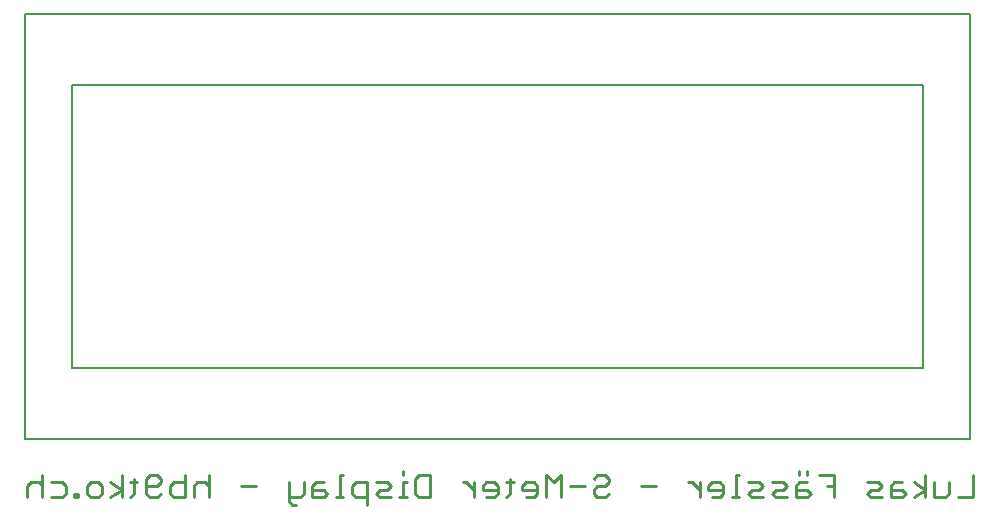
<source format=gbo>
G75*
%MOIN*%
%OFA0B0*%
%FSLAX25Y25*%
%IPPOS*%
%LPD*%
%AMOC8*
5,1,8,0,0,1.08239X$1,22.5*
%
%ADD10C,0.01100*%
%ADD11C,0.00800*%
D10*
X0062618Y0046522D02*
X0062618Y0050275D01*
X0063869Y0051526D01*
X0066371Y0051526D01*
X0067622Y0050275D01*
X0070536Y0051526D02*
X0074290Y0051526D01*
X0075541Y0050275D01*
X0075541Y0047773D01*
X0074290Y0046522D01*
X0070536Y0046522D01*
X0067622Y0046522D02*
X0067622Y0054028D01*
X0078249Y0047773D02*
X0078249Y0046522D01*
X0079500Y0046522D01*
X0079500Y0047773D01*
X0078249Y0047773D01*
X0082414Y0047773D02*
X0082414Y0050275D01*
X0083666Y0051526D01*
X0086168Y0051526D01*
X0087419Y0050275D01*
X0087419Y0047773D01*
X0086168Y0046522D01*
X0083666Y0046522D01*
X0082414Y0047773D01*
X0090264Y0046522D02*
X0094018Y0049024D01*
X0090264Y0051526D01*
X0094018Y0054028D02*
X0094018Y0046522D01*
X0096795Y0046522D02*
X0098046Y0047773D01*
X0098046Y0052777D01*
X0099297Y0051526D02*
X0096795Y0051526D01*
X0102211Y0052777D02*
X0103462Y0054028D01*
X0105965Y0054028D01*
X0107216Y0052777D01*
X0107216Y0051526D01*
X0105965Y0050275D01*
X0102211Y0050275D01*
X0102211Y0047773D02*
X0102211Y0052777D01*
X0110130Y0050275D02*
X0111381Y0051526D01*
X0115134Y0051526D01*
X0115134Y0054028D02*
X0115134Y0046522D01*
X0111381Y0046522D01*
X0110130Y0047773D01*
X0110130Y0050275D01*
X0107216Y0047773D02*
X0105965Y0046522D01*
X0103462Y0046522D01*
X0102211Y0047773D01*
X0118049Y0046522D02*
X0118049Y0050275D01*
X0119300Y0051526D01*
X0121802Y0051526D01*
X0123053Y0050275D01*
X0123053Y0054028D02*
X0123053Y0046522D01*
X0133886Y0050275D02*
X0138891Y0050275D01*
X0149724Y0051526D02*
X0149724Y0045271D01*
X0150975Y0044020D01*
X0152226Y0044020D01*
X0153477Y0046522D02*
X0149724Y0046522D01*
X0153477Y0046522D02*
X0154728Y0047773D01*
X0154728Y0051526D01*
X0157643Y0050275D02*
X0157643Y0046522D01*
X0161396Y0046522D01*
X0162647Y0047773D01*
X0161396Y0049024D01*
X0157643Y0049024D01*
X0157643Y0050275D02*
X0158894Y0051526D01*
X0161396Y0051526D01*
X0166675Y0054028D02*
X0166675Y0046522D01*
X0167926Y0046522D02*
X0165424Y0046522D01*
X0170841Y0047773D02*
X0172092Y0046522D01*
X0175845Y0046522D01*
X0175845Y0044020D02*
X0175845Y0051526D01*
X0172092Y0051526D01*
X0170841Y0050275D01*
X0170841Y0047773D01*
X0178759Y0047773D02*
X0180010Y0049024D01*
X0182513Y0049024D01*
X0183764Y0050275D01*
X0182513Y0051526D01*
X0178759Y0051526D01*
X0178759Y0047773D02*
X0180010Y0046522D01*
X0183764Y0046522D01*
X0186541Y0046522D02*
X0189043Y0046522D01*
X0187792Y0046522D02*
X0187792Y0051526D01*
X0189043Y0051526D01*
X0187792Y0054028D02*
X0187792Y0055279D01*
X0191957Y0052777D02*
X0193208Y0054028D01*
X0196962Y0054028D01*
X0196962Y0046522D01*
X0193208Y0046522D01*
X0191957Y0047773D01*
X0191957Y0052777D01*
X0207726Y0051526D02*
X0208977Y0051526D01*
X0211479Y0049024D01*
X0211479Y0046522D02*
X0211479Y0051526D01*
X0214394Y0050275D02*
X0214394Y0049024D01*
X0219398Y0049024D01*
X0219398Y0050275D02*
X0218147Y0051526D01*
X0215645Y0051526D01*
X0214394Y0050275D01*
X0215645Y0046522D02*
X0218147Y0046522D01*
X0219398Y0047773D01*
X0219398Y0050275D01*
X0222175Y0051526D02*
X0224677Y0051526D01*
X0223426Y0052777D02*
X0223426Y0047773D01*
X0222175Y0046522D01*
X0227592Y0049024D02*
X0232596Y0049024D01*
X0232596Y0050275D02*
X0231345Y0051526D01*
X0228843Y0051526D01*
X0227592Y0050275D01*
X0227592Y0049024D01*
X0228843Y0046522D02*
X0231345Y0046522D01*
X0232596Y0047773D01*
X0232596Y0050275D01*
X0235511Y0054028D02*
X0235511Y0046522D01*
X0240515Y0046522D02*
X0240515Y0054028D01*
X0238013Y0051526D01*
X0235511Y0054028D01*
X0243429Y0050275D02*
X0248434Y0050275D01*
X0251348Y0049024D02*
X0251348Y0047773D01*
X0252599Y0046522D01*
X0255101Y0046522D01*
X0256352Y0047773D01*
X0252599Y0050275D02*
X0251348Y0049024D01*
X0252599Y0050275D02*
X0255101Y0050275D01*
X0256352Y0051526D01*
X0256352Y0052777D01*
X0255101Y0054028D01*
X0252599Y0054028D01*
X0251348Y0052777D01*
X0267186Y0050275D02*
X0272190Y0050275D01*
X0282954Y0051526D02*
X0284205Y0051526D01*
X0286708Y0049024D01*
X0286708Y0046522D02*
X0286708Y0051526D01*
X0289622Y0050275D02*
X0289622Y0049024D01*
X0294626Y0049024D01*
X0294626Y0047773D02*
X0294626Y0050275D01*
X0293375Y0051526D01*
X0290873Y0051526D01*
X0289622Y0050275D01*
X0290873Y0046522D02*
X0293375Y0046522D01*
X0294626Y0047773D01*
X0297403Y0046522D02*
X0299905Y0046522D01*
X0298654Y0046522D02*
X0298654Y0054028D01*
X0299905Y0054028D01*
X0302820Y0051526D02*
X0306573Y0051526D01*
X0307824Y0050275D01*
X0306573Y0049024D01*
X0304071Y0049024D01*
X0302820Y0047773D01*
X0304071Y0046522D01*
X0307824Y0046522D01*
X0310739Y0047773D02*
X0311990Y0049024D01*
X0314492Y0049024D01*
X0315743Y0050275D01*
X0314492Y0051526D01*
X0310739Y0051526D01*
X0310739Y0047773D02*
X0311990Y0046522D01*
X0315743Y0046522D01*
X0318658Y0046522D02*
X0322411Y0046522D01*
X0323662Y0047773D01*
X0322411Y0049024D01*
X0318658Y0049024D01*
X0318658Y0050275D02*
X0318658Y0046522D01*
X0318658Y0050275D02*
X0319909Y0051526D01*
X0322411Y0051526D01*
X0322411Y0054028D02*
X0322411Y0055279D01*
X0319909Y0055279D02*
X0319909Y0054028D01*
X0326576Y0054028D02*
X0331581Y0054028D01*
X0331581Y0046522D01*
X0331581Y0050275D02*
X0329078Y0050275D01*
X0342414Y0051526D02*
X0346167Y0051526D01*
X0347418Y0050275D01*
X0346167Y0049024D01*
X0343665Y0049024D01*
X0342414Y0047773D01*
X0343665Y0046522D01*
X0347418Y0046522D01*
X0350333Y0046522D02*
X0354086Y0046522D01*
X0355337Y0047773D01*
X0354086Y0049024D01*
X0350333Y0049024D01*
X0350333Y0050275D02*
X0350333Y0046522D01*
X0350333Y0050275D02*
X0351584Y0051526D01*
X0354086Y0051526D01*
X0358183Y0051526D02*
X0361936Y0049024D01*
X0358183Y0046522D01*
X0361936Y0046522D02*
X0361936Y0054028D01*
X0364850Y0051526D02*
X0364850Y0046522D01*
X0368603Y0046522D01*
X0369855Y0047773D01*
X0369855Y0051526D01*
X0372769Y0046522D02*
X0377773Y0046522D01*
X0377773Y0054028D01*
X0167926Y0054028D02*
X0166675Y0054028D01*
D11*
X0077556Y0089642D02*
X0361020Y0089642D01*
X0361020Y0184130D01*
X0077556Y0184130D01*
X0077556Y0089642D01*
X0061808Y0066020D02*
X0376768Y0066020D01*
X0376768Y0207752D01*
X0061808Y0207752D01*
X0061808Y0066020D01*
M02*

</source>
